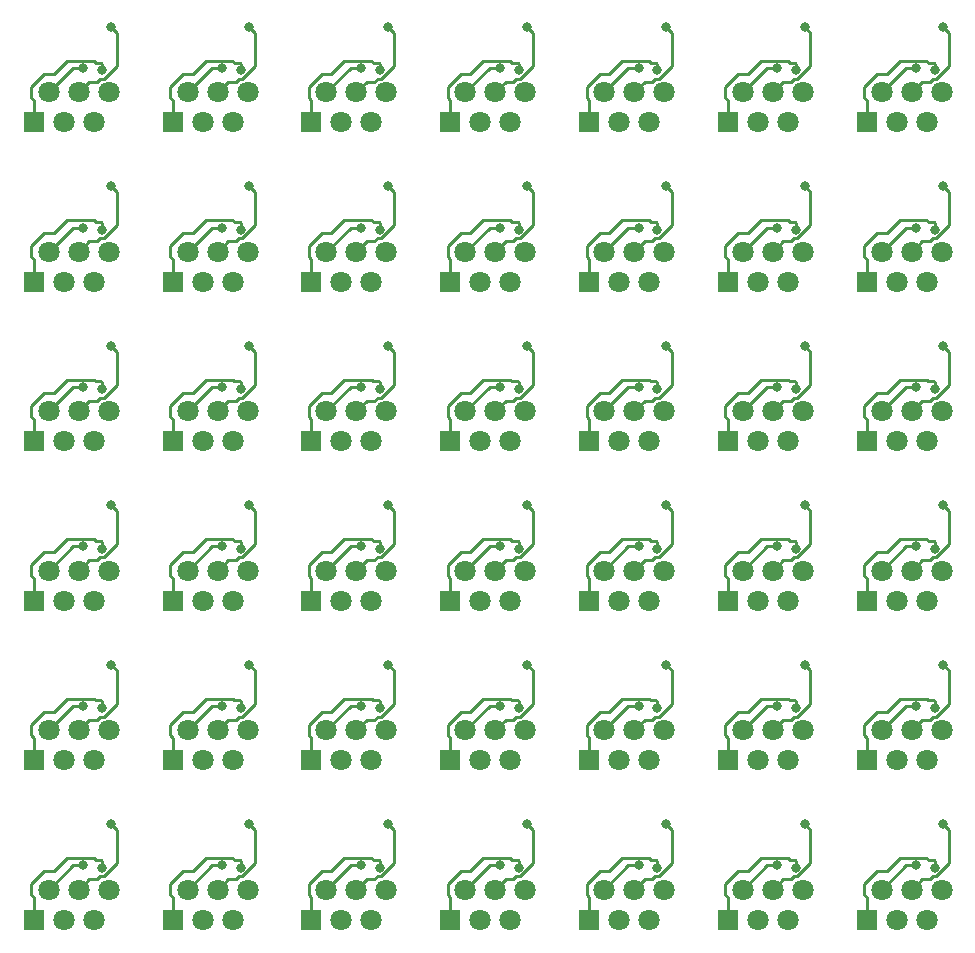
<source format=gbr>
G04 #@! TF.GenerationSoftware,KiCad,Pcbnew,5.1.0-060a0da~80~ubuntu18.04.1*
G04 #@! TF.CreationDate,2019-05-11T20:46:11+02:00*
G04 #@! TF.ProjectId,spi_connector_board,7370695f-636f-46e6-9e65-63746f725f62,rev?*
G04 #@! TF.SameCoordinates,Original*
G04 #@! TF.FileFunction,Copper,L2,Bot*
G04 #@! TF.FilePolarity,Positive*
%FSLAX46Y46*%
G04 Gerber Fmt 4.6, Leading zero omitted, Abs format (unit mm)*
G04 Created by KiCad (PCBNEW 5.1.0-060a0da~80~ubuntu18.04.1) date 2019-05-11 20:46:11*
%MOMM*%
%LPD*%
G04 APERTURE LIST*
%ADD10C,1.800000*%
%ADD11R,1.800000X1.800000*%
%ADD12C,0.800000*%
%ADD13C,0.250000*%
G04 APERTURE END LIST*
D10*
X197850000Y-147960000D03*
X196580000Y-150500000D03*
D11*
X191500000Y-150500000D03*
D10*
X192770000Y-147960000D03*
X194040000Y-150500000D03*
X195310000Y-147960000D03*
X186100000Y-147960000D03*
X184830000Y-150500000D03*
D11*
X179750000Y-150500000D03*
D10*
X181020000Y-147960000D03*
X182290000Y-150500000D03*
X183560000Y-147960000D03*
X174350000Y-147960000D03*
X173080000Y-150500000D03*
D11*
X168000000Y-150500000D03*
D10*
X169270000Y-147960000D03*
X170540000Y-150500000D03*
X171810000Y-147960000D03*
X162600000Y-147960000D03*
X161330000Y-150500000D03*
D11*
X156250000Y-150500000D03*
D10*
X157520000Y-147960000D03*
X158790000Y-150500000D03*
X160060000Y-147960000D03*
X150850000Y-147960000D03*
X149580000Y-150500000D03*
D11*
X144500000Y-150500000D03*
D10*
X145770000Y-147960000D03*
X147040000Y-150500000D03*
X148310000Y-147960000D03*
X139100000Y-147960000D03*
X137830000Y-150500000D03*
D11*
X132750000Y-150500000D03*
D10*
X134020000Y-147960000D03*
X135290000Y-150500000D03*
X136560000Y-147960000D03*
X127350000Y-147960000D03*
X126080000Y-150500000D03*
D11*
X121000000Y-150500000D03*
D10*
X122270000Y-147960000D03*
X123540000Y-150500000D03*
X124810000Y-147960000D03*
X197850000Y-134460000D03*
X196580000Y-137000000D03*
D11*
X191500000Y-137000000D03*
D10*
X192770000Y-134460000D03*
X194040000Y-137000000D03*
X195310000Y-134460000D03*
X186100000Y-134460000D03*
X184830000Y-137000000D03*
D11*
X179750000Y-137000000D03*
D10*
X181020000Y-134460000D03*
X182290000Y-137000000D03*
X183560000Y-134460000D03*
X174350000Y-134460000D03*
X173080000Y-137000000D03*
D11*
X168000000Y-137000000D03*
D10*
X169270000Y-134460000D03*
X170540000Y-137000000D03*
X171810000Y-134460000D03*
X162600000Y-134460000D03*
X161330000Y-137000000D03*
D11*
X156250000Y-137000000D03*
D10*
X157520000Y-134460000D03*
X158790000Y-137000000D03*
X160060000Y-134460000D03*
X150850000Y-134460000D03*
X149580000Y-137000000D03*
D11*
X144500000Y-137000000D03*
D10*
X145770000Y-134460000D03*
X147040000Y-137000000D03*
X148310000Y-134460000D03*
X139100000Y-134460000D03*
X137830000Y-137000000D03*
D11*
X132750000Y-137000000D03*
D10*
X134020000Y-134460000D03*
X135290000Y-137000000D03*
X136560000Y-134460000D03*
X127350000Y-134460000D03*
X126080000Y-137000000D03*
D11*
X121000000Y-137000000D03*
D10*
X122270000Y-134460000D03*
X123540000Y-137000000D03*
X124810000Y-134460000D03*
X197850000Y-120960000D03*
X196580000Y-123500000D03*
D11*
X191500000Y-123500000D03*
D10*
X192770000Y-120960000D03*
X194040000Y-123500000D03*
X195310000Y-120960000D03*
X186100000Y-120960000D03*
X184830000Y-123500000D03*
D11*
X179750000Y-123500000D03*
D10*
X181020000Y-120960000D03*
X182290000Y-123500000D03*
X183560000Y-120960000D03*
X174350000Y-120960000D03*
X173080000Y-123500000D03*
D11*
X168000000Y-123500000D03*
D10*
X169270000Y-120960000D03*
X170540000Y-123500000D03*
X171810000Y-120960000D03*
X162600000Y-120960000D03*
X161330000Y-123500000D03*
D11*
X156250000Y-123500000D03*
D10*
X157520000Y-120960000D03*
X158790000Y-123500000D03*
X160060000Y-120960000D03*
X150850000Y-120960000D03*
X149580000Y-123500000D03*
D11*
X144500000Y-123500000D03*
D10*
X145770000Y-120960000D03*
X147040000Y-123500000D03*
X148310000Y-120960000D03*
X139100000Y-120960000D03*
X137830000Y-123500000D03*
D11*
X132750000Y-123500000D03*
D10*
X134020000Y-120960000D03*
X135290000Y-123500000D03*
X136560000Y-120960000D03*
X127350000Y-120960000D03*
X126080000Y-123500000D03*
D11*
X121000000Y-123500000D03*
D10*
X122270000Y-120960000D03*
X123540000Y-123500000D03*
X124810000Y-120960000D03*
X197850000Y-107460000D03*
X196580000Y-110000000D03*
D11*
X191500000Y-110000000D03*
D10*
X192770000Y-107460000D03*
X194040000Y-110000000D03*
X195310000Y-107460000D03*
X186100000Y-107460000D03*
X184830000Y-110000000D03*
D11*
X179750000Y-110000000D03*
D10*
X181020000Y-107460000D03*
X182290000Y-110000000D03*
X183560000Y-107460000D03*
X174350000Y-107460000D03*
X173080000Y-110000000D03*
D11*
X168000000Y-110000000D03*
D10*
X169270000Y-107460000D03*
X170540000Y-110000000D03*
X171810000Y-107460000D03*
X162600000Y-107460000D03*
X161330000Y-110000000D03*
D11*
X156250000Y-110000000D03*
D10*
X157520000Y-107460000D03*
X158790000Y-110000000D03*
X160060000Y-107460000D03*
X150850000Y-107460000D03*
X149580000Y-110000000D03*
D11*
X144500000Y-110000000D03*
D10*
X145770000Y-107460000D03*
X147040000Y-110000000D03*
X148310000Y-107460000D03*
X139100000Y-107460000D03*
X137830000Y-110000000D03*
D11*
X132750000Y-110000000D03*
D10*
X134020000Y-107460000D03*
X135290000Y-110000000D03*
X136560000Y-107460000D03*
X127350000Y-107460000D03*
X126080000Y-110000000D03*
D11*
X121000000Y-110000000D03*
D10*
X122270000Y-107460000D03*
X123540000Y-110000000D03*
X124810000Y-107460000D03*
X197850000Y-93960000D03*
X196580000Y-96500000D03*
D11*
X191500000Y-96500000D03*
D10*
X192770000Y-93960000D03*
X194040000Y-96500000D03*
X195310000Y-93960000D03*
X186100000Y-93960000D03*
X184830000Y-96500000D03*
D11*
X179750000Y-96500000D03*
D10*
X181020000Y-93960000D03*
X182290000Y-96500000D03*
X183560000Y-93960000D03*
X174350000Y-93960000D03*
X173080000Y-96500000D03*
D11*
X168000000Y-96500000D03*
D10*
X169270000Y-93960000D03*
X170540000Y-96500000D03*
X171810000Y-93960000D03*
X162600000Y-93960000D03*
X161330000Y-96500000D03*
D11*
X156250000Y-96500000D03*
D10*
X157520000Y-93960000D03*
X158790000Y-96500000D03*
X160060000Y-93960000D03*
X150850000Y-93960000D03*
X149580000Y-96500000D03*
D11*
X144500000Y-96500000D03*
D10*
X145770000Y-93960000D03*
X147040000Y-96500000D03*
X148310000Y-93960000D03*
X139100000Y-93960000D03*
X137830000Y-96500000D03*
D11*
X132750000Y-96500000D03*
D10*
X134020000Y-93960000D03*
X135290000Y-96500000D03*
X136560000Y-93960000D03*
X127350000Y-93960000D03*
X126080000Y-96500000D03*
D11*
X121000000Y-96500000D03*
D10*
X122270000Y-93960000D03*
X123540000Y-96500000D03*
X124810000Y-93960000D03*
X197850000Y-80460000D03*
X196580000Y-83000000D03*
D11*
X191500000Y-83000000D03*
D10*
X192770000Y-80460000D03*
X194040000Y-83000000D03*
X195310000Y-80460000D03*
X186100000Y-80460000D03*
X184830000Y-83000000D03*
D11*
X179750000Y-83000000D03*
D10*
X181020000Y-80460000D03*
X182290000Y-83000000D03*
X183560000Y-80460000D03*
X174350000Y-80460000D03*
X173080000Y-83000000D03*
D11*
X168000000Y-83000000D03*
D10*
X169270000Y-80460000D03*
X170540000Y-83000000D03*
X171810000Y-80460000D03*
X162600000Y-80460000D03*
X161330000Y-83000000D03*
D11*
X156250000Y-83000000D03*
D10*
X157520000Y-80460000D03*
X158790000Y-83000000D03*
X160060000Y-80460000D03*
X150850000Y-80460000D03*
X149580000Y-83000000D03*
D11*
X144500000Y-83000000D03*
D10*
X145770000Y-80460000D03*
X147040000Y-83000000D03*
X148310000Y-80460000D03*
X139100000Y-80460000D03*
X137830000Y-83000000D03*
D11*
X132750000Y-83000000D03*
D10*
X134020000Y-80460000D03*
X135290000Y-83000000D03*
X136560000Y-80460000D03*
X124810000Y-80460000D03*
X123540000Y-83000000D03*
X122270000Y-80460000D03*
D11*
X121000000Y-83000000D03*
D10*
X126080000Y-83000000D03*
X127350000Y-80460000D03*
D12*
X125200000Y-78400000D03*
X126800000Y-78600000D03*
X127500000Y-74900000D03*
X139250000Y-74900000D03*
X151000000Y-74900000D03*
X162750000Y-74900000D03*
X174500000Y-74900000D03*
X186250000Y-74900000D03*
X198000000Y-74900000D03*
X127500000Y-88400000D03*
X139250000Y-88400000D03*
X151000000Y-88400000D03*
X162750000Y-88400000D03*
X174500000Y-88400000D03*
X186250000Y-88400000D03*
X198000000Y-88400000D03*
X127500000Y-101900000D03*
X139250000Y-101900000D03*
X151000000Y-101900000D03*
X162750000Y-101900000D03*
X174500000Y-101900000D03*
X186250000Y-101900000D03*
X198000000Y-101900000D03*
X127500000Y-115400000D03*
X139250000Y-115400000D03*
X151000000Y-115400000D03*
X162750000Y-115400000D03*
X174500000Y-115400000D03*
X186250000Y-115400000D03*
X198000000Y-115400000D03*
X127500000Y-128900000D03*
X139250000Y-128900000D03*
X151000000Y-128900000D03*
X162750000Y-128900000D03*
X174500000Y-128900000D03*
X186250000Y-128900000D03*
X198000000Y-128900000D03*
X127500000Y-142400000D03*
X139250000Y-142400000D03*
X151000000Y-142400000D03*
X162750000Y-142400000D03*
X174500000Y-142400000D03*
X186250000Y-142400000D03*
X198000000Y-142400000D03*
X138550000Y-78600000D03*
X150300000Y-78600000D03*
X162050000Y-78600000D03*
X173800000Y-78600000D03*
X185550000Y-78600000D03*
X197300000Y-78600000D03*
X126800000Y-92100000D03*
X138550000Y-92100000D03*
X150300000Y-92100000D03*
X162050000Y-92100000D03*
X173800000Y-92100000D03*
X185550000Y-92100000D03*
X197300000Y-92100000D03*
X126800000Y-105600000D03*
X138550000Y-105600000D03*
X150300000Y-105600000D03*
X162050000Y-105600000D03*
X173800000Y-105600000D03*
X185550000Y-105600000D03*
X197300000Y-105600000D03*
X126800000Y-119100000D03*
X138550000Y-119100000D03*
X150300000Y-119100000D03*
X162050000Y-119100000D03*
X173800000Y-119100000D03*
X185550000Y-119100000D03*
X197300000Y-119100000D03*
X126800000Y-132600000D03*
X138550000Y-132600000D03*
X150300000Y-132600000D03*
X162050000Y-132600000D03*
X173800000Y-132600000D03*
X185550000Y-132600000D03*
X197300000Y-132600000D03*
X126800000Y-146100000D03*
X138550000Y-146100000D03*
X150300000Y-146100000D03*
X162050000Y-146100000D03*
X173800000Y-146100000D03*
X185550000Y-146100000D03*
X197300000Y-146100000D03*
X136950000Y-78400000D03*
X148700000Y-78400000D03*
X160450000Y-78400000D03*
X172200000Y-78400000D03*
X183950000Y-78400000D03*
X195700000Y-78400000D03*
X125200000Y-91900000D03*
X136950000Y-91900000D03*
X148700000Y-91900000D03*
X160450000Y-91900000D03*
X172200000Y-91900000D03*
X183950000Y-91900000D03*
X195700000Y-91900000D03*
X125200000Y-105400000D03*
X136950000Y-105400000D03*
X148700000Y-105400000D03*
X160450000Y-105400000D03*
X172200000Y-105400000D03*
X183950000Y-105400000D03*
X195700000Y-105400000D03*
X125200000Y-118900000D03*
X136950000Y-118900000D03*
X148700000Y-118900000D03*
X160450000Y-118900000D03*
X172200000Y-118900000D03*
X183950000Y-118900000D03*
X195700000Y-118900000D03*
X125200000Y-132400000D03*
X136950000Y-132400000D03*
X148700000Y-132400000D03*
X160450000Y-132400000D03*
X172200000Y-132400000D03*
X183950000Y-132400000D03*
X195700000Y-132400000D03*
X125200000Y-145900000D03*
X136950000Y-145900000D03*
X148700000Y-145900000D03*
X160450000Y-145900000D03*
X172200000Y-145900000D03*
X183950000Y-145900000D03*
X195700000Y-145900000D03*
D13*
X124330000Y-78400000D02*
X122270000Y-80460000D01*
X125200000Y-78400000D02*
X124330000Y-78400000D01*
X126800000Y-78034315D02*
X126700000Y-77934315D01*
X126800000Y-78600000D02*
X126800000Y-78034315D01*
X121000000Y-81100000D02*
X121000000Y-83000000D01*
X120800000Y-80900000D02*
X121000000Y-81100000D01*
X125709999Y-79560001D02*
X126339999Y-79560001D01*
X124810000Y-80460000D02*
X125709999Y-79560001D01*
X126339999Y-79560001D02*
X126600000Y-79300000D01*
X126600000Y-79300000D02*
X126900000Y-79300000D01*
X126900000Y-79300000D02*
X128000000Y-78200000D01*
X128000000Y-75400000D02*
X127500000Y-74900000D01*
X128000000Y-78200000D02*
X128000000Y-75400000D01*
X126700000Y-77934315D02*
X126234315Y-77934315D01*
X126234315Y-77934315D02*
X126100000Y-77800000D01*
X126100000Y-77800000D02*
X123800000Y-77800000D01*
X123800000Y-77800000D02*
X122700000Y-78900000D01*
X120800000Y-80900000D02*
X120800000Y-80000000D01*
X121900000Y-78900000D02*
X122700000Y-78900000D01*
X120800000Y-80000000D02*
X121900000Y-78900000D01*
X138650000Y-79300000D02*
X139750000Y-78200000D01*
X150400000Y-79300000D02*
X151500000Y-78200000D01*
X162150000Y-79300000D02*
X163250000Y-78200000D01*
X173900000Y-79300000D02*
X175000000Y-78200000D01*
X185650000Y-79300000D02*
X186750000Y-78200000D01*
X197400000Y-79300000D02*
X198500000Y-78200000D01*
X126900000Y-92800000D02*
X128000000Y-91700000D01*
X138650000Y-92800000D02*
X139750000Y-91700000D01*
X150400000Y-92800000D02*
X151500000Y-91700000D01*
X162150000Y-92800000D02*
X163250000Y-91700000D01*
X173900000Y-92800000D02*
X175000000Y-91700000D01*
X185650000Y-92800000D02*
X186750000Y-91700000D01*
X197400000Y-92800000D02*
X198500000Y-91700000D01*
X126900000Y-106300000D02*
X128000000Y-105200000D01*
X138650000Y-106300000D02*
X139750000Y-105200000D01*
X150400000Y-106300000D02*
X151500000Y-105200000D01*
X162150000Y-106300000D02*
X163250000Y-105200000D01*
X173900000Y-106300000D02*
X175000000Y-105200000D01*
X185650000Y-106300000D02*
X186750000Y-105200000D01*
X197400000Y-106300000D02*
X198500000Y-105200000D01*
X126900000Y-119800000D02*
X128000000Y-118700000D01*
X138650000Y-119800000D02*
X139750000Y-118700000D01*
X150400000Y-119800000D02*
X151500000Y-118700000D01*
X162150000Y-119800000D02*
X163250000Y-118700000D01*
X173900000Y-119800000D02*
X175000000Y-118700000D01*
X185650000Y-119800000D02*
X186750000Y-118700000D01*
X197400000Y-119800000D02*
X198500000Y-118700000D01*
X126900000Y-133300000D02*
X128000000Y-132200000D01*
X138650000Y-133300000D02*
X139750000Y-132200000D01*
X150400000Y-133300000D02*
X151500000Y-132200000D01*
X162150000Y-133300000D02*
X163250000Y-132200000D01*
X173900000Y-133300000D02*
X175000000Y-132200000D01*
X185650000Y-133300000D02*
X186750000Y-132200000D01*
X197400000Y-133300000D02*
X198500000Y-132200000D01*
X126900000Y-146800000D02*
X128000000Y-145700000D01*
X138650000Y-146800000D02*
X139750000Y-145700000D01*
X150400000Y-146800000D02*
X151500000Y-145700000D01*
X162150000Y-146800000D02*
X163250000Y-145700000D01*
X173900000Y-146800000D02*
X175000000Y-145700000D01*
X185650000Y-146800000D02*
X186750000Y-145700000D01*
X197400000Y-146800000D02*
X198500000Y-145700000D01*
X139750000Y-75400000D02*
X139250000Y-74900000D01*
X151500000Y-75400000D02*
X151000000Y-74900000D01*
X163250000Y-75400000D02*
X162750000Y-74900000D01*
X175000000Y-75400000D02*
X174500000Y-74900000D01*
X186750000Y-75400000D02*
X186250000Y-74900000D01*
X198500000Y-75400000D02*
X198000000Y-74900000D01*
X128000000Y-88900000D02*
X127500000Y-88400000D01*
X139750000Y-88900000D02*
X139250000Y-88400000D01*
X151500000Y-88900000D02*
X151000000Y-88400000D01*
X163250000Y-88900000D02*
X162750000Y-88400000D01*
X175000000Y-88900000D02*
X174500000Y-88400000D01*
X186750000Y-88900000D02*
X186250000Y-88400000D01*
X198500000Y-88900000D02*
X198000000Y-88400000D01*
X128000000Y-102400000D02*
X127500000Y-101900000D01*
X139750000Y-102400000D02*
X139250000Y-101900000D01*
X151500000Y-102400000D02*
X151000000Y-101900000D01*
X163250000Y-102400000D02*
X162750000Y-101900000D01*
X175000000Y-102400000D02*
X174500000Y-101900000D01*
X186750000Y-102400000D02*
X186250000Y-101900000D01*
X198500000Y-102400000D02*
X198000000Y-101900000D01*
X128000000Y-115900000D02*
X127500000Y-115400000D01*
X139750000Y-115900000D02*
X139250000Y-115400000D01*
X151500000Y-115900000D02*
X151000000Y-115400000D01*
X163250000Y-115900000D02*
X162750000Y-115400000D01*
X175000000Y-115900000D02*
X174500000Y-115400000D01*
X186750000Y-115900000D02*
X186250000Y-115400000D01*
X198500000Y-115900000D02*
X198000000Y-115400000D01*
X128000000Y-129400000D02*
X127500000Y-128900000D01*
X139750000Y-129400000D02*
X139250000Y-128900000D01*
X151500000Y-129400000D02*
X151000000Y-128900000D01*
X163250000Y-129400000D02*
X162750000Y-128900000D01*
X175000000Y-129400000D02*
X174500000Y-128900000D01*
X186750000Y-129400000D02*
X186250000Y-128900000D01*
X198500000Y-129400000D02*
X198000000Y-128900000D01*
X128000000Y-142900000D02*
X127500000Y-142400000D01*
X139750000Y-142900000D02*
X139250000Y-142400000D01*
X151500000Y-142900000D02*
X151000000Y-142400000D01*
X163250000Y-142900000D02*
X162750000Y-142400000D01*
X175000000Y-142900000D02*
X174500000Y-142400000D01*
X186750000Y-142900000D02*
X186250000Y-142400000D01*
X198500000Y-142900000D02*
X198000000Y-142400000D01*
X132550000Y-80900000D02*
X132750000Y-81100000D01*
X144300000Y-80900000D02*
X144500000Y-81100000D01*
X156050000Y-80900000D02*
X156250000Y-81100000D01*
X167800000Y-80900000D02*
X168000000Y-81100000D01*
X179550000Y-80900000D02*
X179750000Y-81100000D01*
X191300000Y-80900000D02*
X191500000Y-81100000D01*
X120800000Y-94400000D02*
X121000000Y-94600000D01*
X132550000Y-94400000D02*
X132750000Y-94600000D01*
X144300000Y-94400000D02*
X144500000Y-94600000D01*
X156050000Y-94400000D02*
X156250000Y-94600000D01*
X167800000Y-94400000D02*
X168000000Y-94600000D01*
X179550000Y-94400000D02*
X179750000Y-94600000D01*
X191300000Y-94400000D02*
X191500000Y-94600000D01*
X120800000Y-107900000D02*
X121000000Y-108100000D01*
X132550000Y-107900000D02*
X132750000Y-108100000D01*
X144300000Y-107900000D02*
X144500000Y-108100000D01*
X156050000Y-107900000D02*
X156250000Y-108100000D01*
X167800000Y-107900000D02*
X168000000Y-108100000D01*
X179550000Y-107900000D02*
X179750000Y-108100000D01*
X191300000Y-107900000D02*
X191500000Y-108100000D01*
X120800000Y-121400000D02*
X121000000Y-121600000D01*
X132550000Y-121400000D02*
X132750000Y-121600000D01*
X144300000Y-121400000D02*
X144500000Y-121600000D01*
X156050000Y-121400000D02*
X156250000Y-121600000D01*
X167800000Y-121400000D02*
X168000000Y-121600000D01*
X179550000Y-121400000D02*
X179750000Y-121600000D01*
X191300000Y-121400000D02*
X191500000Y-121600000D01*
X120800000Y-134900000D02*
X121000000Y-135100000D01*
X132550000Y-134900000D02*
X132750000Y-135100000D01*
X144300000Y-134900000D02*
X144500000Y-135100000D01*
X156050000Y-134900000D02*
X156250000Y-135100000D01*
X167800000Y-134900000D02*
X168000000Y-135100000D01*
X179550000Y-134900000D02*
X179750000Y-135100000D01*
X191300000Y-134900000D02*
X191500000Y-135100000D01*
X120800000Y-148400000D02*
X121000000Y-148600000D01*
X132550000Y-148400000D02*
X132750000Y-148600000D01*
X144300000Y-148400000D02*
X144500000Y-148600000D01*
X156050000Y-148400000D02*
X156250000Y-148600000D01*
X167800000Y-148400000D02*
X168000000Y-148600000D01*
X179550000Y-148400000D02*
X179750000Y-148600000D01*
X191300000Y-148400000D02*
X191500000Y-148600000D01*
X139750000Y-78200000D02*
X139750000Y-75400000D01*
X151500000Y-78200000D02*
X151500000Y-75400000D01*
X163250000Y-78200000D02*
X163250000Y-75400000D01*
X175000000Y-78200000D02*
X175000000Y-75400000D01*
X186750000Y-78200000D02*
X186750000Y-75400000D01*
X198500000Y-78200000D02*
X198500000Y-75400000D01*
X128000000Y-91700000D02*
X128000000Y-88900000D01*
X139750000Y-91700000D02*
X139750000Y-88900000D01*
X151500000Y-91700000D02*
X151500000Y-88900000D01*
X163250000Y-91700000D02*
X163250000Y-88900000D01*
X175000000Y-91700000D02*
X175000000Y-88900000D01*
X186750000Y-91700000D02*
X186750000Y-88900000D01*
X198500000Y-91700000D02*
X198500000Y-88900000D01*
X128000000Y-105200000D02*
X128000000Y-102400000D01*
X139750000Y-105200000D02*
X139750000Y-102400000D01*
X151500000Y-105200000D02*
X151500000Y-102400000D01*
X163250000Y-105200000D02*
X163250000Y-102400000D01*
X175000000Y-105200000D02*
X175000000Y-102400000D01*
X186750000Y-105200000D02*
X186750000Y-102400000D01*
X198500000Y-105200000D02*
X198500000Y-102400000D01*
X128000000Y-118700000D02*
X128000000Y-115900000D01*
X139750000Y-118700000D02*
X139750000Y-115900000D01*
X151500000Y-118700000D02*
X151500000Y-115900000D01*
X163250000Y-118700000D02*
X163250000Y-115900000D01*
X175000000Y-118700000D02*
X175000000Y-115900000D01*
X186750000Y-118700000D02*
X186750000Y-115900000D01*
X198500000Y-118700000D02*
X198500000Y-115900000D01*
X128000000Y-132200000D02*
X128000000Y-129400000D01*
X139750000Y-132200000D02*
X139750000Y-129400000D01*
X151500000Y-132200000D02*
X151500000Y-129400000D01*
X163250000Y-132200000D02*
X163250000Y-129400000D01*
X175000000Y-132200000D02*
X175000000Y-129400000D01*
X186750000Y-132200000D02*
X186750000Y-129400000D01*
X198500000Y-132200000D02*
X198500000Y-129400000D01*
X128000000Y-145700000D02*
X128000000Y-142900000D01*
X139750000Y-145700000D02*
X139750000Y-142900000D01*
X151500000Y-145700000D02*
X151500000Y-142900000D01*
X163250000Y-145700000D02*
X163250000Y-142900000D01*
X175000000Y-145700000D02*
X175000000Y-142900000D01*
X186750000Y-145700000D02*
X186750000Y-142900000D01*
X198500000Y-145700000D02*
X198500000Y-142900000D01*
X135550000Y-77800000D02*
X134450000Y-78900000D01*
X147300000Y-77800000D02*
X146200000Y-78900000D01*
X159050000Y-77800000D02*
X157950000Y-78900000D01*
X170800000Y-77800000D02*
X169700000Y-78900000D01*
X182550000Y-77800000D02*
X181450000Y-78900000D01*
X194300000Y-77800000D02*
X193200000Y-78900000D01*
X123800000Y-91300000D02*
X122700000Y-92400000D01*
X135550000Y-91300000D02*
X134450000Y-92400000D01*
X147300000Y-91300000D02*
X146200000Y-92400000D01*
X159050000Y-91300000D02*
X157950000Y-92400000D01*
X170800000Y-91300000D02*
X169700000Y-92400000D01*
X182550000Y-91300000D02*
X181450000Y-92400000D01*
X194300000Y-91300000D02*
X193200000Y-92400000D01*
X123800000Y-104800000D02*
X122700000Y-105900000D01*
X135550000Y-104800000D02*
X134450000Y-105900000D01*
X147300000Y-104800000D02*
X146200000Y-105900000D01*
X159050000Y-104800000D02*
X157950000Y-105900000D01*
X170800000Y-104800000D02*
X169700000Y-105900000D01*
X182550000Y-104800000D02*
X181450000Y-105900000D01*
X194300000Y-104800000D02*
X193200000Y-105900000D01*
X123800000Y-118300000D02*
X122700000Y-119400000D01*
X135550000Y-118300000D02*
X134450000Y-119400000D01*
X147300000Y-118300000D02*
X146200000Y-119400000D01*
X159050000Y-118300000D02*
X157950000Y-119400000D01*
X170800000Y-118300000D02*
X169700000Y-119400000D01*
X182550000Y-118300000D02*
X181450000Y-119400000D01*
X194300000Y-118300000D02*
X193200000Y-119400000D01*
X123800000Y-131800000D02*
X122700000Y-132900000D01*
X135550000Y-131800000D02*
X134450000Y-132900000D01*
X147300000Y-131800000D02*
X146200000Y-132900000D01*
X159050000Y-131800000D02*
X157950000Y-132900000D01*
X170800000Y-131800000D02*
X169700000Y-132900000D01*
X182550000Y-131800000D02*
X181450000Y-132900000D01*
X194300000Y-131800000D02*
X193200000Y-132900000D01*
X123800000Y-145300000D02*
X122700000Y-146400000D01*
X135550000Y-145300000D02*
X134450000Y-146400000D01*
X147300000Y-145300000D02*
X146200000Y-146400000D01*
X159050000Y-145300000D02*
X157950000Y-146400000D01*
X170800000Y-145300000D02*
X169700000Y-146400000D01*
X182550000Y-145300000D02*
X181450000Y-146400000D01*
X194300000Y-145300000D02*
X193200000Y-146400000D01*
X132550000Y-80900000D02*
X132550000Y-80000000D01*
X144300000Y-80900000D02*
X144300000Y-80000000D01*
X156050000Y-80900000D02*
X156050000Y-80000000D01*
X167800000Y-80900000D02*
X167800000Y-80000000D01*
X179550000Y-80900000D02*
X179550000Y-80000000D01*
X191300000Y-80900000D02*
X191300000Y-80000000D01*
X120800000Y-94400000D02*
X120800000Y-93500000D01*
X132550000Y-94400000D02*
X132550000Y-93500000D01*
X144300000Y-94400000D02*
X144300000Y-93500000D01*
X156050000Y-94400000D02*
X156050000Y-93500000D01*
X167800000Y-94400000D02*
X167800000Y-93500000D01*
X179550000Y-94400000D02*
X179550000Y-93500000D01*
X191300000Y-94400000D02*
X191300000Y-93500000D01*
X120800000Y-107900000D02*
X120800000Y-107000000D01*
X132550000Y-107900000D02*
X132550000Y-107000000D01*
X144300000Y-107900000D02*
X144300000Y-107000000D01*
X156050000Y-107900000D02*
X156050000Y-107000000D01*
X167800000Y-107900000D02*
X167800000Y-107000000D01*
X179550000Y-107900000D02*
X179550000Y-107000000D01*
X191300000Y-107900000D02*
X191300000Y-107000000D01*
X120800000Y-121400000D02*
X120800000Y-120500000D01*
X132550000Y-121400000D02*
X132550000Y-120500000D01*
X144300000Y-121400000D02*
X144300000Y-120500000D01*
X156050000Y-121400000D02*
X156050000Y-120500000D01*
X167800000Y-121400000D02*
X167800000Y-120500000D01*
X179550000Y-121400000D02*
X179550000Y-120500000D01*
X191300000Y-121400000D02*
X191300000Y-120500000D01*
X120800000Y-134900000D02*
X120800000Y-134000000D01*
X132550000Y-134900000D02*
X132550000Y-134000000D01*
X144300000Y-134900000D02*
X144300000Y-134000000D01*
X156050000Y-134900000D02*
X156050000Y-134000000D01*
X167800000Y-134900000D02*
X167800000Y-134000000D01*
X179550000Y-134900000D02*
X179550000Y-134000000D01*
X191300000Y-134900000D02*
X191300000Y-134000000D01*
X120800000Y-148400000D02*
X120800000Y-147500000D01*
X132550000Y-148400000D02*
X132550000Y-147500000D01*
X144300000Y-148400000D02*
X144300000Y-147500000D01*
X156050000Y-148400000D02*
X156050000Y-147500000D01*
X167800000Y-148400000D02*
X167800000Y-147500000D01*
X179550000Y-148400000D02*
X179550000Y-147500000D01*
X191300000Y-148400000D02*
X191300000Y-147500000D01*
X136080000Y-78400000D02*
X134020000Y-80460000D01*
X147830000Y-78400000D02*
X145770000Y-80460000D01*
X159580000Y-78400000D02*
X157520000Y-80460000D01*
X171330000Y-78400000D02*
X169270000Y-80460000D01*
X183080000Y-78400000D02*
X181020000Y-80460000D01*
X194830000Y-78400000D02*
X192770000Y-80460000D01*
X124330000Y-91900000D02*
X122270000Y-93960000D01*
X136080000Y-91900000D02*
X134020000Y-93960000D01*
X147830000Y-91900000D02*
X145770000Y-93960000D01*
X159580000Y-91900000D02*
X157520000Y-93960000D01*
X171330000Y-91900000D02*
X169270000Y-93960000D01*
X183080000Y-91900000D02*
X181020000Y-93960000D01*
X194830000Y-91900000D02*
X192770000Y-93960000D01*
X124330000Y-105400000D02*
X122270000Y-107460000D01*
X136080000Y-105400000D02*
X134020000Y-107460000D01*
X147830000Y-105400000D02*
X145770000Y-107460000D01*
X159580000Y-105400000D02*
X157520000Y-107460000D01*
X171330000Y-105400000D02*
X169270000Y-107460000D01*
X183080000Y-105400000D02*
X181020000Y-107460000D01*
X194830000Y-105400000D02*
X192770000Y-107460000D01*
X124330000Y-118900000D02*
X122270000Y-120960000D01*
X136080000Y-118900000D02*
X134020000Y-120960000D01*
X147830000Y-118900000D02*
X145770000Y-120960000D01*
X159580000Y-118900000D02*
X157520000Y-120960000D01*
X171330000Y-118900000D02*
X169270000Y-120960000D01*
X183080000Y-118900000D02*
X181020000Y-120960000D01*
X194830000Y-118900000D02*
X192770000Y-120960000D01*
X124330000Y-132400000D02*
X122270000Y-134460000D01*
X136080000Y-132400000D02*
X134020000Y-134460000D01*
X147830000Y-132400000D02*
X145770000Y-134460000D01*
X159580000Y-132400000D02*
X157520000Y-134460000D01*
X171330000Y-132400000D02*
X169270000Y-134460000D01*
X183080000Y-132400000D02*
X181020000Y-134460000D01*
X194830000Y-132400000D02*
X192770000Y-134460000D01*
X124330000Y-145900000D02*
X122270000Y-147960000D01*
X136080000Y-145900000D02*
X134020000Y-147960000D01*
X147830000Y-145900000D02*
X145770000Y-147960000D01*
X159580000Y-145900000D02*
X157520000Y-147960000D01*
X171330000Y-145900000D02*
X169270000Y-147960000D01*
X183080000Y-145900000D02*
X181020000Y-147960000D01*
X194830000Y-145900000D02*
X192770000Y-147960000D01*
X137850000Y-77800000D02*
X135550000Y-77800000D01*
X149600000Y-77800000D02*
X147300000Y-77800000D01*
X161350000Y-77800000D02*
X159050000Y-77800000D01*
X173100000Y-77800000D02*
X170800000Y-77800000D01*
X184850000Y-77800000D02*
X182550000Y-77800000D01*
X196600000Y-77800000D02*
X194300000Y-77800000D01*
X126100000Y-91300000D02*
X123800000Y-91300000D01*
X137850000Y-91300000D02*
X135550000Y-91300000D01*
X149600000Y-91300000D02*
X147300000Y-91300000D01*
X161350000Y-91300000D02*
X159050000Y-91300000D01*
X173100000Y-91300000D02*
X170800000Y-91300000D01*
X184850000Y-91300000D02*
X182550000Y-91300000D01*
X196600000Y-91300000D02*
X194300000Y-91300000D01*
X126100000Y-104800000D02*
X123800000Y-104800000D01*
X137850000Y-104800000D02*
X135550000Y-104800000D01*
X149600000Y-104800000D02*
X147300000Y-104800000D01*
X161350000Y-104800000D02*
X159050000Y-104800000D01*
X173100000Y-104800000D02*
X170800000Y-104800000D01*
X184850000Y-104800000D02*
X182550000Y-104800000D01*
X196600000Y-104800000D02*
X194300000Y-104800000D01*
X126100000Y-118300000D02*
X123800000Y-118300000D01*
X137850000Y-118300000D02*
X135550000Y-118300000D01*
X149600000Y-118300000D02*
X147300000Y-118300000D01*
X161350000Y-118300000D02*
X159050000Y-118300000D01*
X173100000Y-118300000D02*
X170800000Y-118300000D01*
X184850000Y-118300000D02*
X182550000Y-118300000D01*
X196600000Y-118300000D02*
X194300000Y-118300000D01*
X126100000Y-131800000D02*
X123800000Y-131800000D01*
X137850000Y-131800000D02*
X135550000Y-131800000D01*
X149600000Y-131800000D02*
X147300000Y-131800000D01*
X161350000Y-131800000D02*
X159050000Y-131800000D01*
X173100000Y-131800000D02*
X170800000Y-131800000D01*
X184850000Y-131800000D02*
X182550000Y-131800000D01*
X196600000Y-131800000D02*
X194300000Y-131800000D01*
X126100000Y-145300000D02*
X123800000Y-145300000D01*
X137850000Y-145300000D02*
X135550000Y-145300000D01*
X149600000Y-145300000D02*
X147300000Y-145300000D01*
X161350000Y-145300000D02*
X159050000Y-145300000D01*
X173100000Y-145300000D02*
X170800000Y-145300000D01*
X184850000Y-145300000D02*
X182550000Y-145300000D01*
X196600000Y-145300000D02*
X194300000Y-145300000D01*
X138350000Y-79300000D02*
X138650000Y-79300000D01*
X150100000Y-79300000D02*
X150400000Y-79300000D01*
X161850000Y-79300000D02*
X162150000Y-79300000D01*
X173600000Y-79300000D02*
X173900000Y-79300000D01*
X185350000Y-79300000D02*
X185650000Y-79300000D01*
X197100000Y-79300000D02*
X197400000Y-79300000D01*
X126600000Y-92800000D02*
X126900000Y-92800000D01*
X138350000Y-92800000D02*
X138650000Y-92800000D01*
X150100000Y-92800000D02*
X150400000Y-92800000D01*
X161850000Y-92800000D02*
X162150000Y-92800000D01*
X173600000Y-92800000D02*
X173900000Y-92800000D01*
X185350000Y-92800000D02*
X185650000Y-92800000D01*
X197100000Y-92800000D02*
X197400000Y-92800000D01*
X126600000Y-106300000D02*
X126900000Y-106300000D01*
X138350000Y-106300000D02*
X138650000Y-106300000D01*
X150100000Y-106300000D02*
X150400000Y-106300000D01*
X161850000Y-106300000D02*
X162150000Y-106300000D01*
X173600000Y-106300000D02*
X173900000Y-106300000D01*
X185350000Y-106300000D02*
X185650000Y-106300000D01*
X197100000Y-106300000D02*
X197400000Y-106300000D01*
X126600000Y-119800000D02*
X126900000Y-119800000D01*
X138350000Y-119800000D02*
X138650000Y-119800000D01*
X150100000Y-119800000D02*
X150400000Y-119800000D01*
X161850000Y-119800000D02*
X162150000Y-119800000D01*
X173600000Y-119800000D02*
X173900000Y-119800000D01*
X185350000Y-119800000D02*
X185650000Y-119800000D01*
X197100000Y-119800000D02*
X197400000Y-119800000D01*
X126600000Y-133300000D02*
X126900000Y-133300000D01*
X138350000Y-133300000D02*
X138650000Y-133300000D01*
X150100000Y-133300000D02*
X150400000Y-133300000D01*
X161850000Y-133300000D02*
X162150000Y-133300000D01*
X173600000Y-133300000D02*
X173900000Y-133300000D01*
X185350000Y-133300000D02*
X185650000Y-133300000D01*
X197100000Y-133300000D02*
X197400000Y-133300000D01*
X126600000Y-146800000D02*
X126900000Y-146800000D01*
X138350000Y-146800000D02*
X138650000Y-146800000D01*
X150100000Y-146800000D02*
X150400000Y-146800000D01*
X161850000Y-146800000D02*
X162150000Y-146800000D01*
X173600000Y-146800000D02*
X173900000Y-146800000D01*
X185350000Y-146800000D02*
X185650000Y-146800000D01*
X197100000Y-146800000D02*
X197400000Y-146800000D01*
X138550000Y-78600000D02*
X138550000Y-78034315D01*
X150300000Y-78600000D02*
X150300000Y-78034315D01*
X162050000Y-78600000D02*
X162050000Y-78034315D01*
X173800000Y-78600000D02*
X173800000Y-78034315D01*
X185550000Y-78600000D02*
X185550000Y-78034315D01*
X197300000Y-78600000D02*
X197300000Y-78034315D01*
X126800000Y-92100000D02*
X126800000Y-91534315D01*
X138550000Y-92100000D02*
X138550000Y-91534315D01*
X150300000Y-92100000D02*
X150300000Y-91534315D01*
X162050000Y-92100000D02*
X162050000Y-91534315D01*
X173800000Y-92100000D02*
X173800000Y-91534315D01*
X185550000Y-92100000D02*
X185550000Y-91534315D01*
X197300000Y-92100000D02*
X197300000Y-91534315D01*
X126800000Y-105600000D02*
X126800000Y-105034315D01*
X138550000Y-105600000D02*
X138550000Y-105034315D01*
X150300000Y-105600000D02*
X150300000Y-105034315D01*
X162050000Y-105600000D02*
X162050000Y-105034315D01*
X173800000Y-105600000D02*
X173800000Y-105034315D01*
X185550000Y-105600000D02*
X185550000Y-105034315D01*
X197300000Y-105600000D02*
X197300000Y-105034315D01*
X126800000Y-119100000D02*
X126800000Y-118534315D01*
X138550000Y-119100000D02*
X138550000Y-118534315D01*
X150300000Y-119100000D02*
X150300000Y-118534315D01*
X162050000Y-119100000D02*
X162050000Y-118534315D01*
X173800000Y-119100000D02*
X173800000Y-118534315D01*
X185550000Y-119100000D02*
X185550000Y-118534315D01*
X197300000Y-119100000D02*
X197300000Y-118534315D01*
X126800000Y-132600000D02*
X126800000Y-132034315D01*
X138550000Y-132600000D02*
X138550000Y-132034315D01*
X150300000Y-132600000D02*
X150300000Y-132034315D01*
X162050000Y-132600000D02*
X162050000Y-132034315D01*
X173800000Y-132600000D02*
X173800000Y-132034315D01*
X185550000Y-132600000D02*
X185550000Y-132034315D01*
X197300000Y-132600000D02*
X197300000Y-132034315D01*
X126800000Y-146100000D02*
X126800000Y-145534315D01*
X138550000Y-146100000D02*
X138550000Y-145534315D01*
X150300000Y-146100000D02*
X150300000Y-145534315D01*
X162050000Y-146100000D02*
X162050000Y-145534315D01*
X173800000Y-146100000D02*
X173800000Y-145534315D01*
X185550000Y-146100000D02*
X185550000Y-145534315D01*
X197300000Y-146100000D02*
X197300000Y-145534315D01*
X132750000Y-81100000D02*
X132750000Y-83000000D01*
X144500000Y-81100000D02*
X144500000Y-83000000D01*
X156250000Y-81100000D02*
X156250000Y-83000000D01*
X168000000Y-81100000D02*
X168000000Y-83000000D01*
X179750000Y-81100000D02*
X179750000Y-83000000D01*
X191500000Y-81100000D02*
X191500000Y-83000000D01*
X121000000Y-94600000D02*
X121000000Y-96500000D01*
X132750000Y-94600000D02*
X132750000Y-96500000D01*
X144500000Y-94600000D02*
X144500000Y-96500000D01*
X156250000Y-94600000D02*
X156250000Y-96500000D01*
X168000000Y-94600000D02*
X168000000Y-96500000D01*
X179750000Y-94600000D02*
X179750000Y-96500000D01*
X191500000Y-94600000D02*
X191500000Y-96500000D01*
X121000000Y-108100000D02*
X121000000Y-110000000D01*
X132750000Y-108100000D02*
X132750000Y-110000000D01*
X144500000Y-108100000D02*
X144500000Y-110000000D01*
X156250000Y-108100000D02*
X156250000Y-110000000D01*
X168000000Y-108100000D02*
X168000000Y-110000000D01*
X179750000Y-108100000D02*
X179750000Y-110000000D01*
X191500000Y-108100000D02*
X191500000Y-110000000D01*
X121000000Y-121600000D02*
X121000000Y-123500000D01*
X132750000Y-121600000D02*
X132750000Y-123500000D01*
X144500000Y-121600000D02*
X144500000Y-123500000D01*
X156250000Y-121600000D02*
X156250000Y-123500000D01*
X168000000Y-121600000D02*
X168000000Y-123500000D01*
X179750000Y-121600000D02*
X179750000Y-123500000D01*
X191500000Y-121600000D02*
X191500000Y-123500000D01*
X121000000Y-135100000D02*
X121000000Y-137000000D01*
X132750000Y-135100000D02*
X132750000Y-137000000D01*
X144500000Y-135100000D02*
X144500000Y-137000000D01*
X156250000Y-135100000D02*
X156250000Y-137000000D01*
X168000000Y-135100000D02*
X168000000Y-137000000D01*
X179750000Y-135100000D02*
X179750000Y-137000000D01*
X191500000Y-135100000D02*
X191500000Y-137000000D01*
X121000000Y-148600000D02*
X121000000Y-150500000D01*
X132750000Y-148600000D02*
X132750000Y-150500000D01*
X144500000Y-148600000D02*
X144500000Y-150500000D01*
X156250000Y-148600000D02*
X156250000Y-150500000D01*
X168000000Y-148600000D02*
X168000000Y-150500000D01*
X179750000Y-148600000D02*
X179750000Y-150500000D01*
X191500000Y-148600000D02*
X191500000Y-150500000D01*
X137459999Y-79560001D02*
X138089999Y-79560001D01*
X149209999Y-79560001D02*
X149839999Y-79560001D01*
X160959999Y-79560001D02*
X161589999Y-79560001D01*
X172709999Y-79560001D02*
X173339999Y-79560001D01*
X184459999Y-79560001D02*
X185089999Y-79560001D01*
X196209999Y-79560001D02*
X196839999Y-79560001D01*
X125709999Y-93060001D02*
X126339999Y-93060001D01*
X137459999Y-93060001D02*
X138089999Y-93060001D01*
X149209999Y-93060001D02*
X149839999Y-93060001D01*
X160959999Y-93060001D02*
X161589999Y-93060001D01*
X172709999Y-93060001D02*
X173339999Y-93060001D01*
X184459999Y-93060001D02*
X185089999Y-93060001D01*
X196209999Y-93060001D02*
X196839999Y-93060001D01*
X125709999Y-106560001D02*
X126339999Y-106560001D01*
X137459999Y-106560001D02*
X138089999Y-106560001D01*
X149209999Y-106560001D02*
X149839999Y-106560001D01*
X160959999Y-106560001D02*
X161589999Y-106560001D01*
X172709999Y-106560001D02*
X173339999Y-106560001D01*
X184459999Y-106560001D02*
X185089999Y-106560001D01*
X196209999Y-106560001D02*
X196839999Y-106560001D01*
X125709999Y-120060001D02*
X126339999Y-120060001D01*
X137459999Y-120060001D02*
X138089999Y-120060001D01*
X149209999Y-120060001D02*
X149839999Y-120060001D01*
X160959999Y-120060001D02*
X161589999Y-120060001D01*
X172709999Y-120060001D02*
X173339999Y-120060001D01*
X184459999Y-120060001D02*
X185089999Y-120060001D01*
X196209999Y-120060001D02*
X196839999Y-120060001D01*
X125709999Y-133560001D02*
X126339999Y-133560001D01*
X137459999Y-133560001D02*
X138089999Y-133560001D01*
X149209999Y-133560001D02*
X149839999Y-133560001D01*
X160959999Y-133560001D02*
X161589999Y-133560001D01*
X172709999Y-133560001D02*
X173339999Y-133560001D01*
X184459999Y-133560001D02*
X185089999Y-133560001D01*
X196209999Y-133560001D02*
X196839999Y-133560001D01*
X125709999Y-147060001D02*
X126339999Y-147060001D01*
X137459999Y-147060001D02*
X138089999Y-147060001D01*
X149209999Y-147060001D02*
X149839999Y-147060001D01*
X160959999Y-147060001D02*
X161589999Y-147060001D01*
X172709999Y-147060001D02*
X173339999Y-147060001D01*
X184459999Y-147060001D02*
X185089999Y-147060001D01*
X196209999Y-147060001D02*
X196839999Y-147060001D01*
X136560000Y-80460000D02*
X137459999Y-79560001D01*
X148310000Y-80460000D02*
X149209999Y-79560001D01*
X160060000Y-80460000D02*
X160959999Y-79560001D01*
X171810000Y-80460000D02*
X172709999Y-79560001D01*
X183560000Y-80460000D02*
X184459999Y-79560001D01*
X195310000Y-80460000D02*
X196209999Y-79560001D01*
X124810000Y-93960000D02*
X125709999Y-93060001D01*
X136560000Y-93960000D02*
X137459999Y-93060001D01*
X148310000Y-93960000D02*
X149209999Y-93060001D01*
X160060000Y-93960000D02*
X160959999Y-93060001D01*
X171810000Y-93960000D02*
X172709999Y-93060001D01*
X183560000Y-93960000D02*
X184459999Y-93060001D01*
X195310000Y-93960000D02*
X196209999Y-93060001D01*
X124810000Y-107460000D02*
X125709999Y-106560001D01*
X136560000Y-107460000D02*
X137459999Y-106560001D01*
X148310000Y-107460000D02*
X149209999Y-106560001D01*
X160060000Y-107460000D02*
X160959999Y-106560001D01*
X171810000Y-107460000D02*
X172709999Y-106560001D01*
X183560000Y-107460000D02*
X184459999Y-106560001D01*
X195310000Y-107460000D02*
X196209999Y-106560001D01*
X124810000Y-120960000D02*
X125709999Y-120060001D01*
X136560000Y-120960000D02*
X137459999Y-120060001D01*
X148310000Y-120960000D02*
X149209999Y-120060001D01*
X160060000Y-120960000D02*
X160959999Y-120060001D01*
X171810000Y-120960000D02*
X172709999Y-120060001D01*
X183560000Y-120960000D02*
X184459999Y-120060001D01*
X195310000Y-120960000D02*
X196209999Y-120060001D01*
X124810000Y-134460000D02*
X125709999Y-133560001D01*
X136560000Y-134460000D02*
X137459999Y-133560001D01*
X148310000Y-134460000D02*
X149209999Y-133560001D01*
X160060000Y-134460000D02*
X160959999Y-133560001D01*
X171810000Y-134460000D02*
X172709999Y-133560001D01*
X183560000Y-134460000D02*
X184459999Y-133560001D01*
X195310000Y-134460000D02*
X196209999Y-133560001D01*
X124810000Y-147960000D02*
X125709999Y-147060001D01*
X136560000Y-147960000D02*
X137459999Y-147060001D01*
X148310000Y-147960000D02*
X149209999Y-147060001D01*
X160060000Y-147960000D02*
X160959999Y-147060001D01*
X171810000Y-147960000D02*
X172709999Y-147060001D01*
X183560000Y-147960000D02*
X184459999Y-147060001D01*
X195310000Y-147960000D02*
X196209999Y-147060001D01*
X138089999Y-79560001D02*
X138350000Y-79300000D01*
X149839999Y-79560001D02*
X150100000Y-79300000D01*
X161589999Y-79560001D02*
X161850000Y-79300000D01*
X173339999Y-79560001D02*
X173600000Y-79300000D01*
X185089999Y-79560001D02*
X185350000Y-79300000D01*
X196839999Y-79560001D02*
X197100000Y-79300000D01*
X126339999Y-93060001D02*
X126600000Y-92800000D01*
X138089999Y-93060001D02*
X138350000Y-92800000D01*
X149839999Y-93060001D02*
X150100000Y-92800000D01*
X161589999Y-93060001D02*
X161850000Y-92800000D01*
X173339999Y-93060001D02*
X173600000Y-92800000D01*
X185089999Y-93060001D02*
X185350000Y-92800000D01*
X196839999Y-93060001D02*
X197100000Y-92800000D01*
X126339999Y-106560001D02*
X126600000Y-106300000D01*
X138089999Y-106560001D02*
X138350000Y-106300000D01*
X149839999Y-106560001D02*
X150100000Y-106300000D01*
X161589999Y-106560001D02*
X161850000Y-106300000D01*
X173339999Y-106560001D02*
X173600000Y-106300000D01*
X185089999Y-106560001D02*
X185350000Y-106300000D01*
X196839999Y-106560001D02*
X197100000Y-106300000D01*
X126339999Y-120060001D02*
X126600000Y-119800000D01*
X138089999Y-120060001D02*
X138350000Y-119800000D01*
X149839999Y-120060001D02*
X150100000Y-119800000D01*
X161589999Y-120060001D02*
X161850000Y-119800000D01*
X173339999Y-120060001D02*
X173600000Y-119800000D01*
X185089999Y-120060001D02*
X185350000Y-119800000D01*
X196839999Y-120060001D02*
X197100000Y-119800000D01*
X126339999Y-133560001D02*
X126600000Y-133300000D01*
X138089999Y-133560001D02*
X138350000Y-133300000D01*
X149839999Y-133560001D02*
X150100000Y-133300000D01*
X161589999Y-133560001D02*
X161850000Y-133300000D01*
X173339999Y-133560001D02*
X173600000Y-133300000D01*
X185089999Y-133560001D02*
X185350000Y-133300000D01*
X196839999Y-133560001D02*
X197100000Y-133300000D01*
X126339999Y-147060001D02*
X126600000Y-146800000D01*
X138089999Y-147060001D02*
X138350000Y-146800000D01*
X149839999Y-147060001D02*
X150100000Y-146800000D01*
X161589999Y-147060001D02*
X161850000Y-146800000D01*
X173339999Y-147060001D02*
X173600000Y-146800000D01*
X185089999Y-147060001D02*
X185350000Y-146800000D01*
X196839999Y-147060001D02*
X197100000Y-146800000D01*
X138550000Y-78034315D02*
X138450000Y-77934315D01*
X150300000Y-78034315D02*
X150200000Y-77934315D01*
X162050000Y-78034315D02*
X161950000Y-77934315D01*
X173800000Y-78034315D02*
X173700000Y-77934315D01*
X185550000Y-78034315D02*
X185450000Y-77934315D01*
X197300000Y-78034315D02*
X197200000Y-77934315D01*
X126800000Y-91534315D02*
X126700000Y-91434315D01*
X138550000Y-91534315D02*
X138450000Y-91434315D01*
X150300000Y-91534315D02*
X150200000Y-91434315D01*
X162050000Y-91534315D02*
X161950000Y-91434315D01*
X173800000Y-91534315D02*
X173700000Y-91434315D01*
X185550000Y-91534315D02*
X185450000Y-91434315D01*
X197300000Y-91534315D02*
X197200000Y-91434315D01*
X126800000Y-105034315D02*
X126700000Y-104934315D01*
X138550000Y-105034315D02*
X138450000Y-104934315D01*
X150300000Y-105034315D02*
X150200000Y-104934315D01*
X162050000Y-105034315D02*
X161950000Y-104934315D01*
X173800000Y-105034315D02*
X173700000Y-104934315D01*
X185550000Y-105034315D02*
X185450000Y-104934315D01*
X197300000Y-105034315D02*
X197200000Y-104934315D01*
X126800000Y-118534315D02*
X126700000Y-118434315D01*
X138550000Y-118534315D02*
X138450000Y-118434315D01*
X150300000Y-118534315D02*
X150200000Y-118434315D01*
X162050000Y-118534315D02*
X161950000Y-118434315D01*
X173800000Y-118534315D02*
X173700000Y-118434315D01*
X185550000Y-118534315D02*
X185450000Y-118434315D01*
X197300000Y-118534315D02*
X197200000Y-118434315D01*
X126800000Y-132034315D02*
X126700000Y-131934315D01*
X138550000Y-132034315D02*
X138450000Y-131934315D01*
X150300000Y-132034315D02*
X150200000Y-131934315D01*
X162050000Y-132034315D02*
X161950000Y-131934315D01*
X173800000Y-132034315D02*
X173700000Y-131934315D01*
X185550000Y-132034315D02*
X185450000Y-131934315D01*
X197300000Y-132034315D02*
X197200000Y-131934315D01*
X126800000Y-145534315D02*
X126700000Y-145434315D01*
X138550000Y-145534315D02*
X138450000Y-145434315D01*
X150300000Y-145534315D02*
X150200000Y-145434315D01*
X162050000Y-145534315D02*
X161950000Y-145434315D01*
X173800000Y-145534315D02*
X173700000Y-145434315D01*
X185550000Y-145534315D02*
X185450000Y-145434315D01*
X197300000Y-145534315D02*
X197200000Y-145434315D01*
X133650000Y-78900000D02*
X134450000Y-78900000D01*
X145400000Y-78900000D02*
X146200000Y-78900000D01*
X157150000Y-78900000D02*
X157950000Y-78900000D01*
X168900000Y-78900000D02*
X169700000Y-78900000D01*
X180650000Y-78900000D02*
X181450000Y-78900000D01*
X192400000Y-78900000D02*
X193200000Y-78900000D01*
X121900000Y-92400000D02*
X122700000Y-92400000D01*
X133650000Y-92400000D02*
X134450000Y-92400000D01*
X145400000Y-92400000D02*
X146200000Y-92400000D01*
X157150000Y-92400000D02*
X157950000Y-92400000D01*
X168900000Y-92400000D02*
X169700000Y-92400000D01*
X180650000Y-92400000D02*
X181450000Y-92400000D01*
X192400000Y-92400000D02*
X193200000Y-92400000D01*
X121900000Y-105900000D02*
X122700000Y-105900000D01*
X133650000Y-105900000D02*
X134450000Y-105900000D01*
X145400000Y-105900000D02*
X146200000Y-105900000D01*
X157150000Y-105900000D02*
X157950000Y-105900000D01*
X168900000Y-105900000D02*
X169700000Y-105900000D01*
X180650000Y-105900000D02*
X181450000Y-105900000D01*
X192400000Y-105900000D02*
X193200000Y-105900000D01*
X121900000Y-119400000D02*
X122700000Y-119400000D01*
X133650000Y-119400000D02*
X134450000Y-119400000D01*
X145400000Y-119400000D02*
X146200000Y-119400000D01*
X157150000Y-119400000D02*
X157950000Y-119400000D01*
X168900000Y-119400000D02*
X169700000Y-119400000D01*
X180650000Y-119400000D02*
X181450000Y-119400000D01*
X192400000Y-119400000D02*
X193200000Y-119400000D01*
X121900000Y-132900000D02*
X122700000Y-132900000D01*
X133650000Y-132900000D02*
X134450000Y-132900000D01*
X145400000Y-132900000D02*
X146200000Y-132900000D01*
X157150000Y-132900000D02*
X157950000Y-132900000D01*
X168900000Y-132900000D02*
X169700000Y-132900000D01*
X180650000Y-132900000D02*
X181450000Y-132900000D01*
X192400000Y-132900000D02*
X193200000Y-132900000D01*
X121900000Y-146400000D02*
X122700000Y-146400000D01*
X133650000Y-146400000D02*
X134450000Y-146400000D01*
X145400000Y-146400000D02*
X146200000Y-146400000D01*
X157150000Y-146400000D02*
X157950000Y-146400000D01*
X168900000Y-146400000D02*
X169700000Y-146400000D01*
X180650000Y-146400000D02*
X181450000Y-146400000D01*
X192400000Y-146400000D02*
X193200000Y-146400000D01*
X132550000Y-80000000D02*
X133650000Y-78900000D01*
X144300000Y-80000000D02*
X145400000Y-78900000D01*
X156050000Y-80000000D02*
X157150000Y-78900000D01*
X167800000Y-80000000D02*
X168900000Y-78900000D01*
X179550000Y-80000000D02*
X180650000Y-78900000D01*
X191300000Y-80000000D02*
X192400000Y-78900000D01*
X120800000Y-93500000D02*
X121900000Y-92400000D01*
X132550000Y-93500000D02*
X133650000Y-92400000D01*
X144300000Y-93500000D02*
X145400000Y-92400000D01*
X156050000Y-93500000D02*
X157150000Y-92400000D01*
X167800000Y-93500000D02*
X168900000Y-92400000D01*
X179550000Y-93500000D02*
X180650000Y-92400000D01*
X191300000Y-93500000D02*
X192400000Y-92400000D01*
X120800000Y-107000000D02*
X121900000Y-105900000D01*
X132550000Y-107000000D02*
X133650000Y-105900000D01*
X144300000Y-107000000D02*
X145400000Y-105900000D01*
X156050000Y-107000000D02*
X157150000Y-105900000D01*
X167800000Y-107000000D02*
X168900000Y-105900000D01*
X179550000Y-107000000D02*
X180650000Y-105900000D01*
X191300000Y-107000000D02*
X192400000Y-105900000D01*
X120800000Y-120500000D02*
X121900000Y-119400000D01*
X132550000Y-120500000D02*
X133650000Y-119400000D01*
X144300000Y-120500000D02*
X145400000Y-119400000D01*
X156050000Y-120500000D02*
X157150000Y-119400000D01*
X167800000Y-120500000D02*
X168900000Y-119400000D01*
X179550000Y-120500000D02*
X180650000Y-119400000D01*
X191300000Y-120500000D02*
X192400000Y-119400000D01*
X120800000Y-134000000D02*
X121900000Y-132900000D01*
X132550000Y-134000000D02*
X133650000Y-132900000D01*
X144300000Y-134000000D02*
X145400000Y-132900000D01*
X156050000Y-134000000D02*
X157150000Y-132900000D01*
X167800000Y-134000000D02*
X168900000Y-132900000D01*
X179550000Y-134000000D02*
X180650000Y-132900000D01*
X191300000Y-134000000D02*
X192400000Y-132900000D01*
X120800000Y-147500000D02*
X121900000Y-146400000D01*
X132550000Y-147500000D02*
X133650000Y-146400000D01*
X144300000Y-147500000D02*
X145400000Y-146400000D01*
X156050000Y-147500000D02*
X157150000Y-146400000D01*
X167800000Y-147500000D02*
X168900000Y-146400000D01*
X179550000Y-147500000D02*
X180650000Y-146400000D01*
X191300000Y-147500000D02*
X192400000Y-146400000D01*
X138450000Y-77934315D02*
X137984315Y-77934315D01*
X150200000Y-77934315D02*
X149734315Y-77934315D01*
X161950000Y-77934315D02*
X161484315Y-77934315D01*
X173700000Y-77934315D02*
X173234315Y-77934315D01*
X185450000Y-77934315D02*
X184984315Y-77934315D01*
X197200000Y-77934315D02*
X196734315Y-77934315D01*
X126700000Y-91434315D02*
X126234315Y-91434315D01*
X138450000Y-91434315D02*
X137984315Y-91434315D01*
X150200000Y-91434315D02*
X149734315Y-91434315D01*
X161950000Y-91434315D02*
X161484315Y-91434315D01*
X173700000Y-91434315D02*
X173234315Y-91434315D01*
X185450000Y-91434315D02*
X184984315Y-91434315D01*
X197200000Y-91434315D02*
X196734315Y-91434315D01*
X126700000Y-104934315D02*
X126234315Y-104934315D01*
X138450000Y-104934315D02*
X137984315Y-104934315D01*
X150200000Y-104934315D02*
X149734315Y-104934315D01*
X161950000Y-104934315D02*
X161484315Y-104934315D01*
X173700000Y-104934315D02*
X173234315Y-104934315D01*
X185450000Y-104934315D02*
X184984315Y-104934315D01*
X197200000Y-104934315D02*
X196734315Y-104934315D01*
X126700000Y-118434315D02*
X126234315Y-118434315D01*
X138450000Y-118434315D02*
X137984315Y-118434315D01*
X150200000Y-118434315D02*
X149734315Y-118434315D01*
X161950000Y-118434315D02*
X161484315Y-118434315D01*
X173700000Y-118434315D02*
X173234315Y-118434315D01*
X185450000Y-118434315D02*
X184984315Y-118434315D01*
X197200000Y-118434315D02*
X196734315Y-118434315D01*
X126700000Y-131934315D02*
X126234315Y-131934315D01*
X138450000Y-131934315D02*
X137984315Y-131934315D01*
X150200000Y-131934315D02*
X149734315Y-131934315D01*
X161950000Y-131934315D02*
X161484315Y-131934315D01*
X173700000Y-131934315D02*
X173234315Y-131934315D01*
X185450000Y-131934315D02*
X184984315Y-131934315D01*
X197200000Y-131934315D02*
X196734315Y-131934315D01*
X126700000Y-145434315D02*
X126234315Y-145434315D01*
X138450000Y-145434315D02*
X137984315Y-145434315D01*
X150200000Y-145434315D02*
X149734315Y-145434315D01*
X161950000Y-145434315D02*
X161484315Y-145434315D01*
X173700000Y-145434315D02*
X173234315Y-145434315D01*
X185450000Y-145434315D02*
X184984315Y-145434315D01*
X197200000Y-145434315D02*
X196734315Y-145434315D01*
X137984315Y-77934315D02*
X137850000Y-77800000D01*
X149734315Y-77934315D02*
X149600000Y-77800000D01*
X161484315Y-77934315D02*
X161350000Y-77800000D01*
X173234315Y-77934315D02*
X173100000Y-77800000D01*
X184984315Y-77934315D02*
X184850000Y-77800000D01*
X196734315Y-77934315D02*
X196600000Y-77800000D01*
X126234315Y-91434315D02*
X126100000Y-91300000D01*
X137984315Y-91434315D02*
X137850000Y-91300000D01*
X149734315Y-91434315D02*
X149600000Y-91300000D01*
X161484315Y-91434315D02*
X161350000Y-91300000D01*
X173234315Y-91434315D02*
X173100000Y-91300000D01*
X184984315Y-91434315D02*
X184850000Y-91300000D01*
X196734315Y-91434315D02*
X196600000Y-91300000D01*
X126234315Y-104934315D02*
X126100000Y-104800000D01*
X137984315Y-104934315D02*
X137850000Y-104800000D01*
X149734315Y-104934315D02*
X149600000Y-104800000D01*
X161484315Y-104934315D02*
X161350000Y-104800000D01*
X173234315Y-104934315D02*
X173100000Y-104800000D01*
X184984315Y-104934315D02*
X184850000Y-104800000D01*
X196734315Y-104934315D02*
X196600000Y-104800000D01*
X126234315Y-118434315D02*
X126100000Y-118300000D01*
X137984315Y-118434315D02*
X137850000Y-118300000D01*
X149734315Y-118434315D02*
X149600000Y-118300000D01*
X161484315Y-118434315D02*
X161350000Y-118300000D01*
X173234315Y-118434315D02*
X173100000Y-118300000D01*
X184984315Y-118434315D02*
X184850000Y-118300000D01*
X196734315Y-118434315D02*
X196600000Y-118300000D01*
X126234315Y-131934315D02*
X126100000Y-131800000D01*
X137984315Y-131934315D02*
X137850000Y-131800000D01*
X149734315Y-131934315D02*
X149600000Y-131800000D01*
X161484315Y-131934315D02*
X161350000Y-131800000D01*
X173234315Y-131934315D02*
X173100000Y-131800000D01*
X184984315Y-131934315D02*
X184850000Y-131800000D01*
X196734315Y-131934315D02*
X196600000Y-131800000D01*
X126234315Y-145434315D02*
X126100000Y-145300000D01*
X137984315Y-145434315D02*
X137850000Y-145300000D01*
X149734315Y-145434315D02*
X149600000Y-145300000D01*
X161484315Y-145434315D02*
X161350000Y-145300000D01*
X173234315Y-145434315D02*
X173100000Y-145300000D01*
X184984315Y-145434315D02*
X184850000Y-145300000D01*
X196734315Y-145434315D02*
X196600000Y-145300000D01*
X136950000Y-78400000D02*
X136080000Y-78400000D01*
X148700000Y-78400000D02*
X147830000Y-78400000D01*
X160450000Y-78400000D02*
X159580000Y-78400000D01*
X172200000Y-78400000D02*
X171330000Y-78400000D01*
X183950000Y-78400000D02*
X183080000Y-78400000D01*
X195700000Y-78400000D02*
X194830000Y-78400000D01*
X125200000Y-91900000D02*
X124330000Y-91900000D01*
X136950000Y-91900000D02*
X136080000Y-91900000D01*
X148700000Y-91900000D02*
X147830000Y-91900000D01*
X160450000Y-91900000D02*
X159580000Y-91900000D01*
X172200000Y-91900000D02*
X171330000Y-91900000D01*
X183950000Y-91900000D02*
X183080000Y-91900000D01*
X195700000Y-91900000D02*
X194830000Y-91900000D01*
X125200000Y-105400000D02*
X124330000Y-105400000D01*
X136950000Y-105400000D02*
X136080000Y-105400000D01*
X148700000Y-105400000D02*
X147830000Y-105400000D01*
X160450000Y-105400000D02*
X159580000Y-105400000D01*
X172200000Y-105400000D02*
X171330000Y-105400000D01*
X183950000Y-105400000D02*
X183080000Y-105400000D01*
X195700000Y-105400000D02*
X194830000Y-105400000D01*
X125200000Y-118900000D02*
X124330000Y-118900000D01*
X136950000Y-118900000D02*
X136080000Y-118900000D01*
X148700000Y-118900000D02*
X147830000Y-118900000D01*
X160450000Y-118900000D02*
X159580000Y-118900000D01*
X172200000Y-118900000D02*
X171330000Y-118900000D01*
X183950000Y-118900000D02*
X183080000Y-118900000D01*
X195700000Y-118900000D02*
X194830000Y-118900000D01*
X125200000Y-132400000D02*
X124330000Y-132400000D01*
X136950000Y-132400000D02*
X136080000Y-132400000D01*
X148700000Y-132400000D02*
X147830000Y-132400000D01*
X160450000Y-132400000D02*
X159580000Y-132400000D01*
X172200000Y-132400000D02*
X171330000Y-132400000D01*
X183950000Y-132400000D02*
X183080000Y-132400000D01*
X195700000Y-132400000D02*
X194830000Y-132400000D01*
X125200000Y-145900000D02*
X124330000Y-145900000D01*
X136950000Y-145900000D02*
X136080000Y-145900000D01*
X148700000Y-145900000D02*
X147830000Y-145900000D01*
X160450000Y-145900000D02*
X159580000Y-145900000D01*
X172200000Y-145900000D02*
X171330000Y-145900000D01*
X183950000Y-145900000D02*
X183080000Y-145900000D01*
X195700000Y-145900000D02*
X194830000Y-145900000D01*
M02*

</source>
